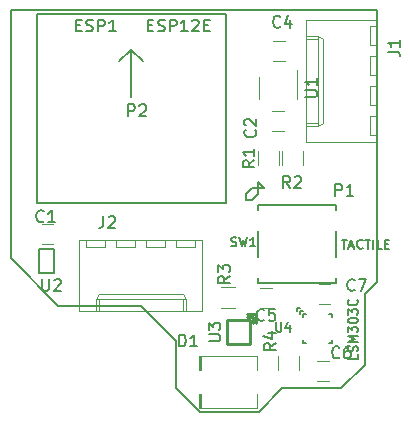
<source format=gto>
G04 #@! TF.FileFunction,Legend,Top*
%FSLAX46Y46*%
G04 Gerber Fmt 4.6, Leading zero omitted, Abs format (unit mm)*
G04 Created by KiCad (PCBNEW 4.0.7-e2-6376~58~ubuntu16.04.1) date Wed Apr 11 03:41:41 2018*
%MOMM*%
%LPD*%
G01*
G04 APERTURE LIST*
%ADD10C,0.100000*%
%ADD11C,0.150000*%
%ADD12C,0.200000*%
%ADD13C,0.120000*%
%ADD14C,0.250000*%
%ADD15C,0.152400*%
G04 APERTURE END LIST*
D10*
D11*
X77000000Y-55000000D02*
X77000000Y-34000000D01*
X81000000Y-59000000D02*
X77000000Y-55000000D01*
X88000000Y-59000000D02*
X81000000Y-59000000D01*
X91000000Y-62000000D02*
X88000000Y-59000000D01*
X91000000Y-66000000D02*
X91000000Y-62000000D01*
X93000000Y-68000000D02*
X91000000Y-66000000D01*
X98000000Y-68000000D02*
X93000000Y-68000000D01*
X100000000Y-66000000D02*
X98000000Y-68000000D01*
X105000000Y-66000000D02*
X100000000Y-66000000D01*
X107000000Y-64000000D02*
X105000000Y-66000000D01*
X107000000Y-58000000D02*
X107000000Y-64000000D01*
X108000000Y-57000000D02*
X107000000Y-58000000D01*
X108000000Y-52000000D02*
X108000000Y-57000000D01*
X108000000Y-34000000D02*
X108000000Y-52000000D01*
X77000000Y-34000000D02*
X108000000Y-34000000D01*
D12*
X97456000Y-48992000D02*
X98472000Y-48992000D01*
X96948000Y-49500000D02*
X97456000Y-48992000D01*
X96948000Y-50008000D02*
X96948000Y-49500000D01*
X97456000Y-50008000D02*
X96948000Y-50008000D01*
X97964000Y-49500000D02*
X97456000Y-50008000D01*
X97964000Y-48484000D02*
X97964000Y-49500000D01*
X98472000Y-48992000D02*
X97964000Y-48484000D01*
D13*
X108020000Y-34780000D02*
X102020000Y-34780000D01*
X102020000Y-34780000D02*
X102020000Y-45140000D01*
X102020000Y-45140000D02*
X108020000Y-45140000D01*
X108020000Y-45140000D02*
X108020000Y-34780000D01*
X102020000Y-36150000D02*
X103020000Y-36150000D01*
X103020000Y-36150000D02*
X103020000Y-43770000D01*
X103020000Y-43770000D02*
X102020000Y-43770000D01*
X103020000Y-36150000D02*
X103450000Y-36400000D01*
X103450000Y-36400000D02*
X103450000Y-43520000D01*
X103450000Y-43520000D02*
X103020000Y-43770000D01*
X102020000Y-36400000D02*
X103020000Y-36400000D01*
X102020000Y-43520000D02*
X103020000Y-43520000D01*
X108020000Y-35350000D02*
X107400000Y-35350000D01*
X107400000Y-35350000D02*
X107400000Y-36950000D01*
X107400000Y-36950000D02*
X108020000Y-36950000D01*
X108020000Y-37890000D02*
X107400000Y-37890000D01*
X107400000Y-37890000D02*
X107400000Y-39490000D01*
X107400000Y-39490000D02*
X108020000Y-39490000D01*
X108020000Y-40430000D02*
X107400000Y-40430000D01*
X107400000Y-40430000D02*
X107400000Y-42030000D01*
X107400000Y-42030000D02*
X108020000Y-42030000D01*
X108020000Y-42970000D02*
X107400000Y-42970000D01*
X107400000Y-42970000D02*
X107400000Y-44570000D01*
X107400000Y-44570000D02*
X108020000Y-44570000D01*
X80620000Y-52110000D02*
X79620000Y-52110000D01*
X79620000Y-53810000D02*
X80620000Y-53810000D01*
X99150000Y-44190000D02*
X100150000Y-44190000D01*
X100150000Y-42490000D02*
X99150000Y-42490000D01*
X99190000Y-38320000D02*
X100190000Y-38320000D01*
X100190000Y-36620000D02*
X99190000Y-36620000D01*
X98130000Y-59170000D02*
X99130000Y-59170000D01*
X99130000Y-57470000D02*
X98130000Y-57470000D01*
X93070000Y-66510000D02*
X93070000Y-67660000D01*
X93020000Y-67660000D02*
X93020000Y-66510000D01*
X92970000Y-66510000D02*
X92970000Y-67660000D01*
X92970000Y-64410000D02*
X92970000Y-63260000D01*
X93070000Y-63260000D02*
X93070000Y-64410000D01*
X93020000Y-63260000D02*
X93020000Y-64410000D01*
X93120000Y-64410000D02*
X93120000Y-63260000D01*
X97870000Y-66460000D02*
X97870000Y-67660000D01*
X97870000Y-67660000D02*
X93120000Y-67660000D01*
X93120000Y-67660000D02*
X93120000Y-66510000D01*
X93120000Y-63260000D02*
X97870000Y-63260000D01*
X97870000Y-63260000D02*
X97870000Y-64460000D01*
D11*
X87210000Y-37320000D02*
X86210000Y-38320000D01*
X87210000Y-37320000D02*
X88210000Y-38320000D01*
X87210000Y-37320000D02*
X87210000Y-41320000D01*
X79210000Y-50320000D02*
X79210000Y-34320000D01*
X79210000Y-34320000D02*
X95210000Y-34320000D01*
X95210000Y-34320000D02*
X95210000Y-50320000D01*
X79210000Y-50320000D02*
X95210000Y-50320000D01*
D13*
X82820000Y-53430000D02*
X82820000Y-59430000D01*
X82820000Y-59430000D02*
X93180000Y-59430000D01*
X93180000Y-59430000D02*
X93180000Y-53430000D01*
X93180000Y-53430000D02*
X82820000Y-53430000D01*
X84190000Y-59430000D02*
X84190000Y-58430000D01*
X84190000Y-58430000D02*
X91810000Y-58430000D01*
X91810000Y-58430000D02*
X91810000Y-59430000D01*
X84190000Y-58430000D02*
X84440000Y-58000000D01*
X84440000Y-58000000D02*
X91560000Y-58000000D01*
X91560000Y-58000000D02*
X91810000Y-58430000D01*
X84440000Y-59430000D02*
X84440000Y-58430000D01*
X91560000Y-59430000D02*
X91560000Y-58430000D01*
X83390000Y-53430000D02*
X83390000Y-54050000D01*
X83390000Y-54050000D02*
X84990000Y-54050000D01*
X84990000Y-54050000D02*
X84990000Y-53430000D01*
X85930000Y-53430000D02*
X85930000Y-54050000D01*
X85930000Y-54050000D02*
X87530000Y-54050000D01*
X87530000Y-54050000D02*
X87530000Y-53430000D01*
X88470000Y-53430000D02*
X88470000Y-54050000D01*
X88470000Y-54050000D02*
X90070000Y-54050000D01*
X90070000Y-54050000D02*
X90070000Y-53430000D01*
X91010000Y-53430000D02*
X91010000Y-54050000D01*
X91010000Y-54050000D02*
X92610000Y-54050000D01*
X92610000Y-54050000D02*
X92610000Y-53430000D01*
X99710000Y-45920000D02*
X99710000Y-47120000D01*
X97950000Y-47120000D02*
X97950000Y-45920000D01*
X101720000Y-45890000D02*
X101720000Y-47090000D01*
X99960000Y-47090000D02*
X99960000Y-45890000D01*
X94820000Y-57400000D02*
X96020000Y-57400000D01*
X96020000Y-59160000D02*
X94820000Y-59160000D01*
D11*
X97950000Y-57060000D02*
X97950000Y-56660000D01*
X104550000Y-54860000D02*
X104550000Y-52660000D01*
X97950000Y-52660000D02*
X97950000Y-54860000D01*
X104550000Y-50860000D02*
X104550000Y-50460000D01*
X104550000Y-50460000D02*
X97950000Y-50460000D01*
X97950000Y-50460000D02*
X97950000Y-50860000D01*
X104550000Y-57060000D02*
X104550000Y-56660000D01*
X104550000Y-57060000D02*
X97950000Y-57060000D01*
D14*
X97050000Y-59740000D02*
X97800000Y-59740000D01*
X97800000Y-59740000D02*
X97800000Y-60490000D01*
X97050000Y-59990000D02*
X97550000Y-59990000D01*
X97550000Y-59990000D02*
X97550000Y-60490000D01*
X97300000Y-60240000D02*
X97300000Y-61990000D01*
X97300000Y-61990000D02*
X97300000Y-62240000D01*
X97300000Y-62240000D02*
X95300000Y-62240000D01*
X95300000Y-62240000D02*
X95300000Y-60240000D01*
X95300000Y-60240000D02*
X97300000Y-60240000D01*
D11*
X79385000Y-54234000D02*
X79385000Y-56266000D01*
X79385000Y-56266000D02*
X80655000Y-56266000D01*
X80655000Y-56266000D02*
X80655000Y-54234000D01*
X80655000Y-54234000D02*
X79385000Y-54234000D01*
D13*
X98000000Y-39670000D02*
X98000000Y-41470000D01*
X101220000Y-41470000D02*
X101220000Y-39020000D01*
X103950000Y-63650000D02*
X102950000Y-63650000D01*
X102950000Y-65350000D02*
X103950000Y-65350000D01*
X99660000Y-64470000D02*
X99660000Y-63270000D01*
X101420000Y-63270000D02*
X101420000Y-64470000D01*
D11*
X101240000Y-59440000D02*
X101240000Y-59190000D01*
X101240000Y-59190000D02*
X101490000Y-59190000D01*
X101490000Y-59690000D02*
X101490000Y-59440000D01*
X101490000Y-59440000D02*
X101740000Y-59440000D01*
X101990000Y-62190000D02*
X101740000Y-62190000D01*
X101740000Y-62190000D02*
X101740000Y-61940000D01*
X104240000Y-61940000D02*
X104240000Y-62190000D01*
X104240000Y-62190000D02*
X103990000Y-62190000D01*
X103990000Y-59690000D02*
X104240000Y-59690000D01*
X104240000Y-59690000D02*
X104240000Y-59940000D01*
X101740000Y-59940000D02*
X101740000Y-59690000D01*
X101740000Y-59690000D02*
X101990000Y-59690000D01*
D13*
X103070000Y-58830000D02*
X104070000Y-58830000D01*
X104070000Y-57130000D02*
X103070000Y-57130000D01*
D11*
X108952381Y-37483333D02*
X109666667Y-37483333D01*
X109809524Y-37530953D01*
X109904762Y-37626191D01*
X109952381Y-37769048D01*
X109952381Y-37864286D01*
X109952381Y-36483333D02*
X109952381Y-37054762D01*
X109952381Y-36769048D02*
X108952381Y-36769048D01*
X109095238Y-36864286D01*
X109190476Y-36959524D01*
X109238095Y-37054762D01*
X79793334Y-51827143D02*
X79745715Y-51874762D01*
X79602858Y-51922381D01*
X79507620Y-51922381D01*
X79364762Y-51874762D01*
X79269524Y-51779524D01*
X79221905Y-51684286D01*
X79174286Y-51493810D01*
X79174286Y-51350952D01*
X79221905Y-51160476D01*
X79269524Y-51065238D01*
X79364762Y-50970000D01*
X79507620Y-50922381D01*
X79602858Y-50922381D01*
X79745715Y-50970000D01*
X79793334Y-51017619D01*
X80745715Y-51922381D02*
X80174286Y-51922381D01*
X80460000Y-51922381D02*
X80460000Y-50922381D01*
X80364762Y-51065238D01*
X80269524Y-51160476D01*
X80174286Y-51208095D01*
X97697143Y-44116666D02*
X97744762Y-44164285D01*
X97792381Y-44307142D01*
X97792381Y-44402380D01*
X97744762Y-44545238D01*
X97649524Y-44640476D01*
X97554286Y-44688095D01*
X97363810Y-44735714D01*
X97220952Y-44735714D01*
X97030476Y-44688095D01*
X96935238Y-44640476D01*
X96840000Y-44545238D01*
X96792381Y-44402380D01*
X96792381Y-44307142D01*
X96840000Y-44164285D01*
X96887619Y-44116666D01*
X96887619Y-43735714D02*
X96840000Y-43688095D01*
X96792381Y-43592857D01*
X96792381Y-43354761D01*
X96840000Y-43259523D01*
X96887619Y-43211904D01*
X96982857Y-43164285D01*
X97078095Y-43164285D01*
X97220952Y-43211904D01*
X97792381Y-43783333D01*
X97792381Y-43164285D01*
X99833334Y-35357143D02*
X99785715Y-35404762D01*
X99642858Y-35452381D01*
X99547620Y-35452381D01*
X99404762Y-35404762D01*
X99309524Y-35309524D01*
X99261905Y-35214286D01*
X99214286Y-35023810D01*
X99214286Y-34880952D01*
X99261905Y-34690476D01*
X99309524Y-34595238D01*
X99404762Y-34500000D01*
X99547620Y-34452381D01*
X99642858Y-34452381D01*
X99785715Y-34500000D01*
X99833334Y-34547619D01*
X100690477Y-34785714D02*
X100690477Y-35452381D01*
X100452381Y-34404762D02*
X100214286Y-35119048D01*
X100833334Y-35119048D01*
X98463334Y-60177143D02*
X98415715Y-60224762D01*
X98272858Y-60272381D01*
X98177620Y-60272381D01*
X98034762Y-60224762D01*
X97939524Y-60129524D01*
X97891905Y-60034286D01*
X97844286Y-59843810D01*
X97844286Y-59700952D01*
X97891905Y-59510476D01*
X97939524Y-59415238D01*
X98034762Y-59320000D01*
X98177620Y-59272381D01*
X98272858Y-59272381D01*
X98415715Y-59320000D01*
X98463334Y-59367619D01*
X99368096Y-59272381D02*
X98891905Y-59272381D01*
X98844286Y-59748571D01*
X98891905Y-59700952D01*
X98987143Y-59653333D01*
X99225239Y-59653333D01*
X99320477Y-59700952D01*
X99368096Y-59748571D01*
X99415715Y-59843810D01*
X99415715Y-60081905D01*
X99368096Y-60177143D01*
X99320477Y-60224762D01*
X99225239Y-60272381D01*
X98987143Y-60272381D01*
X98891905Y-60224762D01*
X98844286Y-60177143D01*
X91261905Y-62452381D02*
X91261905Y-61452381D01*
X91500000Y-61452381D01*
X91642858Y-61500000D01*
X91738096Y-61595238D01*
X91785715Y-61690476D01*
X91833334Y-61880952D01*
X91833334Y-62023810D01*
X91785715Y-62214286D01*
X91738096Y-62309524D01*
X91642858Y-62404762D01*
X91500000Y-62452381D01*
X91261905Y-62452381D01*
X92785715Y-62452381D02*
X92214286Y-62452381D01*
X92500000Y-62452381D02*
X92500000Y-61452381D01*
X92404762Y-61595238D01*
X92309524Y-61690476D01*
X92214286Y-61738095D01*
X82543333Y-35248571D02*
X82876667Y-35248571D01*
X83019524Y-35772381D02*
X82543333Y-35772381D01*
X82543333Y-34772381D01*
X83019524Y-34772381D01*
X83400476Y-35724762D02*
X83543333Y-35772381D01*
X83781429Y-35772381D01*
X83876667Y-35724762D01*
X83924286Y-35677143D01*
X83971905Y-35581905D01*
X83971905Y-35486667D01*
X83924286Y-35391429D01*
X83876667Y-35343810D01*
X83781429Y-35296190D01*
X83590952Y-35248571D01*
X83495714Y-35200952D01*
X83448095Y-35153333D01*
X83400476Y-35058095D01*
X83400476Y-34962857D01*
X83448095Y-34867619D01*
X83495714Y-34820000D01*
X83590952Y-34772381D01*
X83829048Y-34772381D01*
X83971905Y-34820000D01*
X84400476Y-35772381D02*
X84400476Y-34772381D01*
X84781429Y-34772381D01*
X84876667Y-34820000D01*
X84924286Y-34867619D01*
X84971905Y-34962857D01*
X84971905Y-35105714D01*
X84924286Y-35200952D01*
X84876667Y-35248571D01*
X84781429Y-35296190D01*
X84400476Y-35296190D01*
X85924286Y-35772381D02*
X85352857Y-35772381D01*
X85638571Y-35772381D02*
X85638571Y-34772381D01*
X85543333Y-34915238D01*
X85448095Y-35010476D01*
X85352857Y-35058095D01*
X88614762Y-35248571D02*
X88948096Y-35248571D01*
X89090953Y-35772381D02*
X88614762Y-35772381D01*
X88614762Y-34772381D01*
X89090953Y-34772381D01*
X89471905Y-35724762D02*
X89614762Y-35772381D01*
X89852858Y-35772381D01*
X89948096Y-35724762D01*
X89995715Y-35677143D01*
X90043334Y-35581905D01*
X90043334Y-35486667D01*
X89995715Y-35391429D01*
X89948096Y-35343810D01*
X89852858Y-35296190D01*
X89662381Y-35248571D01*
X89567143Y-35200952D01*
X89519524Y-35153333D01*
X89471905Y-35058095D01*
X89471905Y-34962857D01*
X89519524Y-34867619D01*
X89567143Y-34820000D01*
X89662381Y-34772381D01*
X89900477Y-34772381D01*
X90043334Y-34820000D01*
X90471905Y-35772381D02*
X90471905Y-34772381D01*
X90852858Y-34772381D01*
X90948096Y-34820000D01*
X90995715Y-34867619D01*
X91043334Y-34962857D01*
X91043334Y-35105714D01*
X90995715Y-35200952D01*
X90948096Y-35248571D01*
X90852858Y-35296190D01*
X90471905Y-35296190D01*
X91995715Y-35772381D02*
X91424286Y-35772381D01*
X91710000Y-35772381D02*
X91710000Y-34772381D01*
X91614762Y-34915238D01*
X91519524Y-35010476D01*
X91424286Y-35058095D01*
X92376667Y-34867619D02*
X92424286Y-34820000D01*
X92519524Y-34772381D01*
X92757620Y-34772381D01*
X92852858Y-34820000D01*
X92900477Y-34867619D01*
X92948096Y-34962857D01*
X92948096Y-35058095D01*
X92900477Y-35200952D01*
X92329048Y-35772381D01*
X92948096Y-35772381D01*
X93376667Y-35248571D02*
X93710001Y-35248571D01*
X93852858Y-35772381D02*
X93376667Y-35772381D01*
X93376667Y-34772381D01*
X93852858Y-34772381D01*
X84856667Y-51402381D02*
X84856667Y-52116667D01*
X84809047Y-52259524D01*
X84713809Y-52354762D01*
X84570952Y-52402381D01*
X84475714Y-52402381D01*
X85285238Y-51497619D02*
X85332857Y-51450000D01*
X85428095Y-51402381D01*
X85666191Y-51402381D01*
X85761429Y-51450000D01*
X85809048Y-51497619D01*
X85856667Y-51592857D01*
X85856667Y-51688095D01*
X85809048Y-51830952D01*
X85237619Y-52402381D01*
X85856667Y-52402381D01*
X97632381Y-46686666D02*
X97156190Y-47020000D01*
X97632381Y-47258095D02*
X96632381Y-47258095D01*
X96632381Y-46877142D01*
X96680000Y-46781904D01*
X96727619Y-46734285D01*
X96822857Y-46686666D01*
X96965714Y-46686666D01*
X97060952Y-46734285D01*
X97108571Y-46781904D01*
X97156190Y-46877142D01*
X97156190Y-47258095D01*
X97632381Y-45734285D02*
X97632381Y-46305714D01*
X97632381Y-46020000D02*
X96632381Y-46020000D01*
X96775238Y-46115238D01*
X96870476Y-46210476D01*
X96918095Y-46305714D01*
X100663334Y-49042381D02*
X100330000Y-48566190D01*
X100091905Y-49042381D02*
X100091905Y-48042381D01*
X100472858Y-48042381D01*
X100568096Y-48090000D01*
X100615715Y-48137619D01*
X100663334Y-48232857D01*
X100663334Y-48375714D01*
X100615715Y-48470952D01*
X100568096Y-48518571D01*
X100472858Y-48566190D01*
X100091905Y-48566190D01*
X101044286Y-48137619D02*
X101091905Y-48090000D01*
X101187143Y-48042381D01*
X101425239Y-48042381D01*
X101520477Y-48090000D01*
X101568096Y-48137619D01*
X101615715Y-48232857D01*
X101615715Y-48328095D01*
X101568096Y-48470952D01*
X100996667Y-49042381D01*
X101615715Y-49042381D01*
X95562381Y-56496666D02*
X95086190Y-56830000D01*
X95562381Y-57068095D02*
X94562381Y-57068095D01*
X94562381Y-56687142D01*
X94610000Y-56591904D01*
X94657619Y-56544285D01*
X94752857Y-56496666D01*
X94895714Y-56496666D01*
X94990952Y-56544285D01*
X95038571Y-56591904D01*
X95086190Y-56687142D01*
X95086190Y-57068095D01*
X94562381Y-56163333D02*
X94562381Y-55544285D01*
X94943333Y-55877619D01*
X94943333Y-55734761D01*
X94990952Y-55639523D01*
X95038571Y-55591904D01*
X95133810Y-55544285D01*
X95371905Y-55544285D01*
X95467143Y-55591904D01*
X95514762Y-55639523D01*
X95562381Y-55734761D01*
X95562381Y-56020476D01*
X95514762Y-56115714D01*
X95467143Y-56163333D01*
X95684001Y-53928429D02*
X95792858Y-53964714D01*
X95974287Y-53964714D01*
X96046858Y-53928429D01*
X96083144Y-53892143D01*
X96119429Y-53819571D01*
X96119429Y-53747000D01*
X96083144Y-53674429D01*
X96046858Y-53638143D01*
X95974287Y-53601857D01*
X95829144Y-53565571D01*
X95756572Y-53529286D01*
X95720287Y-53493000D01*
X95684001Y-53420429D01*
X95684001Y-53347857D01*
X95720287Y-53275286D01*
X95756572Y-53239000D01*
X95829144Y-53202714D01*
X96010572Y-53202714D01*
X96119429Y-53239000D01*
X96373429Y-53202714D02*
X96554858Y-53964714D01*
X96700001Y-53420429D01*
X96845143Y-53964714D01*
X97026572Y-53202714D01*
X97716000Y-53964714D02*
X97280572Y-53964714D01*
X97498286Y-53964714D02*
X97498286Y-53202714D01*
X97425715Y-53311571D01*
X97353143Y-53384143D01*
X97280572Y-53420429D01*
X105015937Y-53395154D02*
X105451366Y-53395154D01*
X105233652Y-54157154D02*
X105233652Y-53395154D01*
X105669080Y-53939440D02*
X106031937Y-53939440D01*
X105596508Y-54157154D02*
X105850508Y-53395154D01*
X106104508Y-54157154D01*
X106793937Y-54084583D02*
X106757651Y-54120869D01*
X106648794Y-54157154D01*
X106576223Y-54157154D01*
X106467366Y-54120869D01*
X106394794Y-54048297D01*
X106358509Y-53975726D01*
X106322223Y-53830583D01*
X106322223Y-53721726D01*
X106358509Y-53576583D01*
X106394794Y-53504011D01*
X106467366Y-53431440D01*
X106576223Y-53395154D01*
X106648794Y-53395154D01*
X106757651Y-53431440D01*
X106793937Y-53467726D01*
X107011651Y-53395154D02*
X107447080Y-53395154D01*
X107229366Y-54157154D02*
X107229366Y-53395154D01*
X107701080Y-54157154D02*
X107701080Y-53395154D01*
X108426794Y-54157154D02*
X108063937Y-54157154D01*
X108063937Y-53395154D01*
X108680794Y-53758011D02*
X108934794Y-53758011D01*
X109043651Y-54157154D02*
X108680794Y-54157154D01*
X108680794Y-53395154D01*
X109043651Y-53395154D01*
X93752381Y-62001905D02*
X94561905Y-62001905D01*
X94657143Y-61954286D01*
X94704762Y-61906667D01*
X94752381Y-61811429D01*
X94752381Y-61620952D01*
X94704762Y-61525714D01*
X94657143Y-61478095D01*
X94561905Y-61430476D01*
X93752381Y-61430476D01*
X93752381Y-61049524D02*
X93752381Y-60430476D01*
X94133333Y-60763810D01*
X94133333Y-60620952D01*
X94180952Y-60525714D01*
X94228571Y-60478095D01*
X94323810Y-60430476D01*
X94561905Y-60430476D01*
X94657143Y-60478095D01*
X94704762Y-60525714D01*
X94752381Y-60620952D01*
X94752381Y-60906667D01*
X94704762Y-61001905D01*
X94657143Y-61049524D01*
X79678095Y-56752381D02*
X79678095Y-57561905D01*
X79725714Y-57657143D01*
X79773333Y-57704762D01*
X79868571Y-57752381D01*
X80059048Y-57752381D01*
X80154286Y-57704762D01*
X80201905Y-57657143D01*
X80249524Y-57561905D01*
X80249524Y-56752381D01*
X80678095Y-56847619D02*
X80725714Y-56800000D01*
X80820952Y-56752381D01*
X81059048Y-56752381D01*
X81154286Y-56800000D01*
X81201905Y-56847619D01*
X81249524Y-56942857D01*
X81249524Y-57038095D01*
X81201905Y-57180952D01*
X80630476Y-57752381D01*
X81249524Y-57752381D01*
X101962381Y-41331905D02*
X102771905Y-41331905D01*
X102867143Y-41284286D01*
X102914762Y-41236667D01*
X102962381Y-41141429D01*
X102962381Y-40950952D01*
X102914762Y-40855714D01*
X102867143Y-40808095D01*
X102771905Y-40760476D01*
X101962381Y-40760476D01*
X102962381Y-39760476D02*
X102962381Y-40331905D01*
X102962381Y-40046191D02*
X101962381Y-40046191D01*
X102105238Y-40141429D01*
X102200476Y-40236667D01*
X102248095Y-40331905D01*
X104833334Y-63357143D02*
X104785715Y-63404762D01*
X104642858Y-63452381D01*
X104547620Y-63452381D01*
X104404762Y-63404762D01*
X104309524Y-63309524D01*
X104261905Y-63214286D01*
X104214286Y-63023810D01*
X104214286Y-62880952D01*
X104261905Y-62690476D01*
X104309524Y-62595238D01*
X104404762Y-62500000D01*
X104547620Y-62452381D01*
X104642858Y-62452381D01*
X104785715Y-62500000D01*
X104833334Y-62547619D01*
X105690477Y-62452381D02*
X105500000Y-62452381D01*
X105404762Y-62500000D01*
X105357143Y-62547619D01*
X105261905Y-62690476D01*
X105214286Y-62880952D01*
X105214286Y-63261905D01*
X105261905Y-63357143D01*
X105309524Y-63404762D01*
X105404762Y-63452381D01*
X105595239Y-63452381D01*
X105690477Y-63404762D01*
X105738096Y-63357143D01*
X105785715Y-63261905D01*
X105785715Y-63023810D01*
X105738096Y-62928571D01*
X105690477Y-62880952D01*
X105595239Y-62833333D01*
X105404762Y-62833333D01*
X105309524Y-62880952D01*
X105261905Y-62928571D01*
X105214286Y-63023810D01*
X99452381Y-62166666D02*
X98976190Y-62500000D01*
X99452381Y-62738095D02*
X98452381Y-62738095D01*
X98452381Y-62357142D01*
X98500000Y-62261904D01*
X98547619Y-62214285D01*
X98642857Y-62166666D01*
X98785714Y-62166666D01*
X98880952Y-62214285D01*
X98928571Y-62261904D01*
X98976190Y-62357142D01*
X98976190Y-62738095D01*
X98785714Y-61309523D02*
X99452381Y-61309523D01*
X98404762Y-61547619D02*
X99119048Y-61785714D01*
X99119048Y-61166666D01*
D15*
X99480076Y-60384895D02*
X99480076Y-61042876D01*
X99517571Y-61120286D01*
X99555067Y-61158990D01*
X99630057Y-61197695D01*
X99780038Y-61197695D01*
X99855029Y-61158990D01*
X99892524Y-61120286D01*
X99930019Y-61042876D01*
X99930019Y-60384895D01*
X100642428Y-60655829D02*
X100642428Y-61197695D01*
X100454952Y-60346190D02*
X100267476Y-60926762D01*
X100754914Y-60926762D01*
X106367695Y-63099733D02*
X106367695Y-63474686D01*
X105554895Y-63474686D01*
X106328990Y-62874762D02*
X106367695Y-62762276D01*
X106367695Y-62574800D01*
X106328990Y-62499810D01*
X106290286Y-62462314D01*
X106212876Y-62424819D01*
X106135467Y-62424819D01*
X106058057Y-62462314D01*
X106019352Y-62499810D01*
X105980648Y-62574800D01*
X105941943Y-62724781D01*
X105903238Y-62799772D01*
X105864533Y-62837267D01*
X105787124Y-62874762D01*
X105709714Y-62874762D01*
X105632305Y-62837267D01*
X105593600Y-62799772D01*
X105554895Y-62724781D01*
X105554895Y-62537305D01*
X105593600Y-62424819D01*
X106367695Y-62087362D02*
X105554895Y-62087362D01*
X106135467Y-61824895D01*
X105554895Y-61562428D01*
X106367695Y-61562428D01*
X105554895Y-61262466D02*
X105554895Y-60775028D01*
X105864533Y-61037495D01*
X105864533Y-60925009D01*
X105903238Y-60850019D01*
X105941943Y-60812523D01*
X106019352Y-60775028D01*
X106212876Y-60775028D01*
X106290286Y-60812523D01*
X106328990Y-60850019D01*
X106367695Y-60925009D01*
X106367695Y-61149981D01*
X106328990Y-61224971D01*
X106290286Y-61262466D01*
X105554895Y-60287590D02*
X105554895Y-60212599D01*
X105593600Y-60137609D01*
X105632305Y-60100114D01*
X105709714Y-60062618D01*
X105864533Y-60025123D01*
X106058057Y-60025123D01*
X106212876Y-60062618D01*
X106290286Y-60100114D01*
X106328990Y-60137609D01*
X106367695Y-60212599D01*
X106367695Y-60287590D01*
X106328990Y-60362580D01*
X106290286Y-60400076D01*
X106212876Y-60437571D01*
X106058057Y-60475066D01*
X105864533Y-60475066D01*
X105709714Y-60437571D01*
X105632305Y-60400076D01*
X105593600Y-60362580D01*
X105554895Y-60287590D01*
X105554895Y-59762656D02*
X105554895Y-59275218D01*
X105864533Y-59537685D01*
X105864533Y-59425199D01*
X105903238Y-59350209D01*
X105941943Y-59312713D01*
X106019352Y-59275218D01*
X106212876Y-59275218D01*
X106290286Y-59312713D01*
X106328990Y-59350209D01*
X106367695Y-59425199D01*
X106367695Y-59650171D01*
X106328990Y-59725161D01*
X106290286Y-59762656D01*
X106290286Y-58487818D02*
X106328990Y-58525313D01*
X106367695Y-58637799D01*
X106367695Y-58712789D01*
X106328990Y-58825275D01*
X106251581Y-58900266D01*
X106174171Y-58937761D01*
X106019352Y-58975256D01*
X105903238Y-58975256D01*
X105748419Y-58937761D01*
X105671010Y-58900266D01*
X105593600Y-58825275D01*
X105554895Y-58712789D01*
X105554895Y-58637799D01*
X105593600Y-58525313D01*
X105632305Y-58487818D01*
D11*
X106117094Y-57662083D02*
X106069475Y-57709702D01*
X105926618Y-57757321D01*
X105831380Y-57757321D01*
X105688522Y-57709702D01*
X105593284Y-57614464D01*
X105545665Y-57519226D01*
X105498046Y-57328750D01*
X105498046Y-57185892D01*
X105545665Y-56995416D01*
X105593284Y-56900178D01*
X105688522Y-56804940D01*
X105831380Y-56757321D01*
X105926618Y-56757321D01*
X106069475Y-56804940D01*
X106117094Y-56852559D01*
X106450427Y-56757321D02*
X107117094Y-56757321D01*
X106688522Y-57757321D01*
X104499185Y-49697901D02*
X104499185Y-48697901D01*
X104880138Y-48697901D01*
X104975376Y-48745520D01*
X105022995Y-48793139D01*
X105070614Y-48888377D01*
X105070614Y-49031234D01*
X105022995Y-49126472D01*
X104975376Y-49174091D01*
X104880138Y-49221710D01*
X104499185Y-49221710D01*
X106022995Y-49697901D02*
X105451566Y-49697901D01*
X105737280Y-49697901D02*
X105737280Y-48697901D01*
X105642042Y-48840758D01*
X105546804Y-48935996D01*
X105451566Y-48983615D01*
X86941905Y-42962381D02*
X86941905Y-41962381D01*
X87322858Y-41962381D01*
X87418096Y-42010000D01*
X87465715Y-42057619D01*
X87513334Y-42152857D01*
X87513334Y-42295714D01*
X87465715Y-42390952D01*
X87418096Y-42438571D01*
X87322858Y-42486190D01*
X86941905Y-42486190D01*
X87894286Y-42057619D02*
X87941905Y-42010000D01*
X88037143Y-41962381D01*
X88275239Y-41962381D01*
X88370477Y-42010000D01*
X88418096Y-42057619D01*
X88465715Y-42152857D01*
X88465715Y-42248095D01*
X88418096Y-42390952D01*
X87846667Y-42962381D01*
X88465715Y-42962381D01*
M02*

</source>
